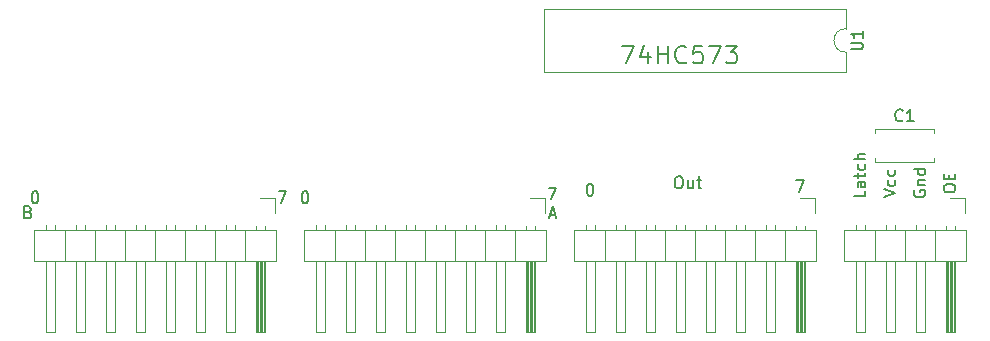
<source format=gbr>
G04 #@! TF.GenerationSoftware,KiCad,Pcbnew,(5.1.8)-1*
G04 #@! TF.CreationDate,2020-11-07T20:38:09+03:00*
G04 #@! TF.ProjectId,template,74656d70-6c61-4746-952e-6b696361645f,rev?*
G04 #@! TF.SameCoordinates,Original*
G04 #@! TF.FileFunction,Legend,Top*
G04 #@! TF.FilePolarity,Positive*
%FSLAX46Y46*%
G04 Gerber Fmt 4.6, Leading zero omitted, Abs format (unit mm)*
G04 Created by KiCad (PCBNEW (5.1.8)-1) date 2020-11-07 20:38:09*
%MOMM*%
%LPD*%
G01*
G04 APERTURE LIST*
%ADD10C,0.150000*%
%ADD11C,0.200000*%
%ADD12C,0.120000*%
G04 APERTURE END LIST*
D10*
X83772380Y-61682380D02*
X83867619Y-61682380D01*
X83962857Y-61730000D01*
X84010476Y-61777619D01*
X84058095Y-61872857D01*
X84105714Y-62063333D01*
X84105714Y-62301428D01*
X84058095Y-62491904D01*
X84010476Y-62587142D01*
X83962857Y-62634761D01*
X83867619Y-62682380D01*
X83772380Y-62682380D01*
X83677142Y-62634761D01*
X83629523Y-62587142D01*
X83581904Y-62491904D01*
X83534285Y-62301428D01*
X83534285Y-62063333D01*
X83581904Y-61872857D01*
X83629523Y-61777619D01*
X83677142Y-61730000D01*
X83772380Y-61682380D01*
X101266666Y-61364880D02*
X101933333Y-61364880D01*
X101504761Y-62364880D01*
X80311666Y-61999880D02*
X80978333Y-61999880D01*
X80549761Y-62999880D01*
X59642380Y-62317380D02*
X59737619Y-62317380D01*
X59832857Y-62365000D01*
X59880476Y-62412619D01*
X59928095Y-62507857D01*
X59975714Y-62698333D01*
X59975714Y-62936428D01*
X59928095Y-63126904D01*
X59880476Y-63222142D01*
X59832857Y-63269761D01*
X59737619Y-63317380D01*
X59642380Y-63317380D01*
X59547142Y-63269761D01*
X59499523Y-63222142D01*
X59451904Y-63126904D01*
X59404285Y-62936428D01*
X59404285Y-62698333D01*
X59451904Y-62507857D01*
X59499523Y-62412619D01*
X59547142Y-62365000D01*
X59642380Y-62317380D01*
X57451666Y-62317380D02*
X58118333Y-62317380D01*
X57689761Y-63317380D01*
X36782380Y-62317380D02*
X36877619Y-62317380D01*
X36972857Y-62365000D01*
X37020476Y-62412619D01*
X37068095Y-62507857D01*
X37115714Y-62698333D01*
X37115714Y-62936428D01*
X37068095Y-63126904D01*
X37020476Y-63222142D01*
X36972857Y-63269761D01*
X36877619Y-63317380D01*
X36782380Y-63317380D01*
X36687142Y-63269761D01*
X36639523Y-63222142D01*
X36591904Y-63126904D01*
X36544285Y-62936428D01*
X36544285Y-62698333D01*
X36591904Y-62507857D01*
X36639523Y-62412619D01*
X36687142Y-62365000D01*
X36782380Y-62317380D01*
X36266428Y-64063571D02*
X36409285Y-64111190D01*
X36456904Y-64158809D01*
X36504523Y-64254047D01*
X36504523Y-64396904D01*
X36456904Y-64492142D01*
X36409285Y-64539761D01*
X36314047Y-64587380D01*
X35933095Y-64587380D01*
X35933095Y-63587380D01*
X36266428Y-63587380D01*
X36361666Y-63635000D01*
X36409285Y-63682619D01*
X36456904Y-63777857D01*
X36456904Y-63873095D01*
X36409285Y-63968333D01*
X36361666Y-64015952D01*
X36266428Y-64063571D01*
X35933095Y-64063571D01*
X80406904Y-64301666D02*
X80883095Y-64301666D01*
X80311666Y-64587380D02*
X80645000Y-63587380D01*
X80978333Y-64587380D01*
X91241666Y-61047380D02*
X91432142Y-61047380D01*
X91527380Y-61095000D01*
X91622619Y-61190238D01*
X91670238Y-61380714D01*
X91670238Y-61714047D01*
X91622619Y-61904523D01*
X91527380Y-61999761D01*
X91432142Y-62047380D01*
X91241666Y-62047380D01*
X91146428Y-61999761D01*
X91051190Y-61904523D01*
X91003571Y-61714047D01*
X91003571Y-61380714D01*
X91051190Y-61190238D01*
X91146428Y-61095000D01*
X91241666Y-61047380D01*
X92527380Y-61380714D02*
X92527380Y-62047380D01*
X92098809Y-61380714D02*
X92098809Y-61904523D01*
X92146428Y-61999761D01*
X92241666Y-62047380D01*
X92384523Y-62047380D01*
X92479761Y-61999761D01*
X92527380Y-61952142D01*
X92860714Y-61380714D02*
X93241666Y-61380714D01*
X93003571Y-61047380D02*
X93003571Y-61904523D01*
X93051190Y-61999761D01*
X93146428Y-62047380D01*
X93241666Y-62047380D01*
X107132380Y-62269523D02*
X107132380Y-62745714D01*
X106132380Y-62745714D01*
X107132380Y-61507619D02*
X106608571Y-61507619D01*
X106513333Y-61555238D01*
X106465714Y-61650476D01*
X106465714Y-61840952D01*
X106513333Y-61936190D01*
X107084761Y-61507619D02*
X107132380Y-61602857D01*
X107132380Y-61840952D01*
X107084761Y-61936190D01*
X106989523Y-61983809D01*
X106894285Y-61983809D01*
X106799047Y-61936190D01*
X106751428Y-61840952D01*
X106751428Y-61602857D01*
X106703809Y-61507619D01*
X106465714Y-61174285D02*
X106465714Y-60793333D01*
X106132380Y-61031428D02*
X106989523Y-61031428D01*
X107084761Y-60983809D01*
X107132380Y-60888571D01*
X107132380Y-60793333D01*
X107084761Y-60031428D02*
X107132380Y-60126666D01*
X107132380Y-60317142D01*
X107084761Y-60412380D01*
X107037142Y-60460000D01*
X106941904Y-60507619D01*
X106656190Y-60507619D01*
X106560952Y-60460000D01*
X106513333Y-60412380D01*
X106465714Y-60317142D01*
X106465714Y-60126666D01*
X106513333Y-60031428D01*
X107132380Y-59602857D02*
X106132380Y-59602857D01*
X107132380Y-59174285D02*
X106608571Y-59174285D01*
X106513333Y-59221904D01*
X106465714Y-59317142D01*
X106465714Y-59460000D01*
X106513333Y-59555238D01*
X106560952Y-59602857D01*
X113752380Y-62142619D02*
X113752380Y-61952142D01*
X113800000Y-61856904D01*
X113895238Y-61761666D01*
X114085714Y-61714047D01*
X114419047Y-61714047D01*
X114609523Y-61761666D01*
X114704761Y-61856904D01*
X114752380Y-61952142D01*
X114752380Y-62142619D01*
X114704761Y-62237857D01*
X114609523Y-62333095D01*
X114419047Y-62380714D01*
X114085714Y-62380714D01*
X113895238Y-62333095D01*
X113800000Y-62237857D01*
X113752380Y-62142619D01*
X114228571Y-61285476D02*
X114228571Y-60952142D01*
X114752380Y-60809285D02*
X114752380Y-61285476D01*
X113752380Y-61285476D01*
X113752380Y-60809285D01*
X108672380Y-62785476D02*
X109672380Y-62452142D01*
X108672380Y-62118809D01*
X109624761Y-61356904D02*
X109672380Y-61452142D01*
X109672380Y-61642619D01*
X109624761Y-61737857D01*
X109577142Y-61785476D01*
X109481904Y-61833095D01*
X109196190Y-61833095D01*
X109100952Y-61785476D01*
X109053333Y-61737857D01*
X109005714Y-61642619D01*
X109005714Y-61452142D01*
X109053333Y-61356904D01*
X109624761Y-60499761D02*
X109672380Y-60595000D01*
X109672380Y-60785476D01*
X109624761Y-60880714D01*
X109577142Y-60928333D01*
X109481904Y-60975952D01*
X109196190Y-60975952D01*
X109100952Y-60928333D01*
X109053333Y-60880714D01*
X109005714Y-60785476D01*
X109005714Y-60595000D01*
X109053333Y-60499761D01*
X111260000Y-62237857D02*
X111212380Y-62333095D01*
X111212380Y-62475952D01*
X111260000Y-62618809D01*
X111355238Y-62714047D01*
X111450476Y-62761666D01*
X111640952Y-62809285D01*
X111783809Y-62809285D01*
X111974285Y-62761666D01*
X112069523Y-62714047D01*
X112164761Y-62618809D01*
X112212380Y-62475952D01*
X112212380Y-62380714D01*
X112164761Y-62237857D01*
X112117142Y-62190238D01*
X111783809Y-62190238D01*
X111783809Y-62380714D01*
X111545714Y-61761666D02*
X112212380Y-61761666D01*
X111640952Y-61761666D02*
X111593333Y-61714047D01*
X111545714Y-61618809D01*
X111545714Y-61475952D01*
X111593333Y-61380714D01*
X111688571Y-61333095D01*
X112212380Y-61333095D01*
X112212380Y-60428333D02*
X111212380Y-60428333D01*
X112164761Y-60428333D02*
X112212380Y-60523571D01*
X112212380Y-60714047D01*
X112164761Y-60809285D01*
X112117142Y-60856904D01*
X112021904Y-60904523D01*
X111736190Y-60904523D01*
X111640952Y-60856904D01*
X111593333Y-60809285D01*
X111545714Y-60714047D01*
X111545714Y-60523571D01*
X111593333Y-60428333D01*
D11*
X86547142Y-49978571D02*
X87547142Y-49978571D01*
X86904285Y-51478571D01*
X88761428Y-50478571D02*
X88761428Y-51478571D01*
X88404285Y-49907142D02*
X88047142Y-50978571D01*
X88975714Y-50978571D01*
X89547142Y-51478571D02*
X89547142Y-49978571D01*
X89547142Y-50692857D02*
X90404285Y-50692857D01*
X90404285Y-51478571D02*
X90404285Y-49978571D01*
X91975714Y-51335714D02*
X91904285Y-51407142D01*
X91690000Y-51478571D01*
X91547142Y-51478571D01*
X91332857Y-51407142D01*
X91190000Y-51264285D01*
X91118571Y-51121428D01*
X91047142Y-50835714D01*
X91047142Y-50621428D01*
X91118571Y-50335714D01*
X91190000Y-50192857D01*
X91332857Y-50050000D01*
X91547142Y-49978571D01*
X91690000Y-49978571D01*
X91904285Y-50050000D01*
X91975714Y-50121428D01*
X93332857Y-49978571D02*
X92618571Y-49978571D01*
X92547142Y-50692857D01*
X92618571Y-50621428D01*
X92761428Y-50550000D01*
X93118571Y-50550000D01*
X93261428Y-50621428D01*
X93332857Y-50692857D01*
X93404285Y-50835714D01*
X93404285Y-51192857D01*
X93332857Y-51335714D01*
X93261428Y-51407142D01*
X93118571Y-51478571D01*
X92761428Y-51478571D01*
X92618571Y-51407142D01*
X92547142Y-51335714D01*
X93904285Y-49978571D02*
X94904285Y-49978571D01*
X94261428Y-51478571D01*
X95332857Y-49978571D02*
X96261428Y-49978571D01*
X95761428Y-50550000D01*
X95975714Y-50550000D01*
X96118571Y-50621428D01*
X96190000Y-50692857D01*
X96261428Y-50835714D01*
X96261428Y-51192857D01*
X96190000Y-51335714D01*
X96118571Y-51407142D01*
X95975714Y-51478571D01*
X95547142Y-51478571D01*
X95404285Y-51407142D01*
X95332857Y-51335714D01*
D12*
X115570000Y-62865000D02*
X115570000Y-64135000D01*
X114300000Y-62865000D02*
X115570000Y-62865000D01*
X106300000Y-65177929D02*
X106300000Y-65575000D01*
X107060000Y-65177929D02*
X107060000Y-65575000D01*
X106300000Y-74235000D02*
X106300000Y-68235000D01*
X107060000Y-74235000D02*
X106300000Y-74235000D01*
X107060000Y-68235000D02*
X107060000Y-74235000D01*
X107950000Y-65575000D02*
X107950000Y-68235000D01*
X108840000Y-65177929D02*
X108840000Y-65575000D01*
X109600000Y-65177929D02*
X109600000Y-65575000D01*
X108840000Y-74235000D02*
X108840000Y-68235000D01*
X109600000Y-74235000D02*
X108840000Y-74235000D01*
X109600000Y-68235000D02*
X109600000Y-74235000D01*
X110490000Y-65575000D02*
X110490000Y-68235000D01*
X111380000Y-65177929D02*
X111380000Y-65575000D01*
X112140000Y-65177929D02*
X112140000Y-65575000D01*
X111380000Y-74235000D02*
X111380000Y-68235000D01*
X112140000Y-74235000D02*
X111380000Y-74235000D01*
X112140000Y-68235000D02*
X112140000Y-74235000D01*
X113030000Y-65575000D02*
X113030000Y-68235000D01*
X113920000Y-65245000D02*
X113920000Y-65575000D01*
X114680000Y-65245000D02*
X114680000Y-65575000D01*
X114020000Y-68235000D02*
X114020000Y-74235000D01*
X114140000Y-68235000D02*
X114140000Y-74235000D01*
X114260000Y-68235000D02*
X114260000Y-74235000D01*
X114380000Y-68235000D02*
X114380000Y-74235000D01*
X114500000Y-68235000D02*
X114500000Y-74235000D01*
X114620000Y-68235000D02*
X114620000Y-74235000D01*
X113920000Y-74235000D02*
X113920000Y-68235000D01*
X114680000Y-74235000D02*
X113920000Y-74235000D01*
X114680000Y-68235000D02*
X114680000Y-74235000D01*
X115630000Y-68235000D02*
X115630000Y-65575000D01*
X105350000Y-68235000D02*
X115630000Y-68235000D01*
X105350000Y-65575000D02*
X105350000Y-68235000D01*
X115630000Y-65575000D02*
X105350000Y-65575000D01*
X102870000Y-62865000D02*
X102870000Y-64135000D01*
X101600000Y-62865000D02*
X102870000Y-62865000D01*
X83440000Y-65177929D02*
X83440000Y-65575000D01*
X84200000Y-65177929D02*
X84200000Y-65575000D01*
X83440000Y-74235000D02*
X83440000Y-68235000D01*
X84200000Y-74235000D02*
X83440000Y-74235000D01*
X84200000Y-68235000D02*
X84200000Y-74235000D01*
X85090000Y-65575000D02*
X85090000Y-68235000D01*
X85980000Y-65177929D02*
X85980000Y-65575000D01*
X86740000Y-65177929D02*
X86740000Y-65575000D01*
X85980000Y-74235000D02*
X85980000Y-68235000D01*
X86740000Y-74235000D02*
X85980000Y-74235000D01*
X86740000Y-68235000D02*
X86740000Y-74235000D01*
X87630000Y-65575000D02*
X87630000Y-68235000D01*
X88520000Y-65177929D02*
X88520000Y-65575000D01*
X89280000Y-65177929D02*
X89280000Y-65575000D01*
X88520000Y-74235000D02*
X88520000Y-68235000D01*
X89280000Y-74235000D02*
X88520000Y-74235000D01*
X89280000Y-68235000D02*
X89280000Y-74235000D01*
X90170000Y-65575000D02*
X90170000Y-68235000D01*
X91060000Y-65177929D02*
X91060000Y-65575000D01*
X91820000Y-65177929D02*
X91820000Y-65575000D01*
X91060000Y-74235000D02*
X91060000Y-68235000D01*
X91820000Y-74235000D02*
X91060000Y-74235000D01*
X91820000Y-68235000D02*
X91820000Y-74235000D01*
X92710000Y-65575000D02*
X92710000Y-68235000D01*
X93600000Y-65177929D02*
X93600000Y-65575000D01*
X94360000Y-65177929D02*
X94360000Y-65575000D01*
X93600000Y-74235000D02*
X93600000Y-68235000D01*
X94360000Y-74235000D02*
X93600000Y-74235000D01*
X94360000Y-68235000D02*
X94360000Y-74235000D01*
X95250000Y-65575000D02*
X95250000Y-68235000D01*
X96140000Y-65177929D02*
X96140000Y-65575000D01*
X96900000Y-65177929D02*
X96900000Y-65575000D01*
X96140000Y-74235000D02*
X96140000Y-68235000D01*
X96900000Y-74235000D02*
X96140000Y-74235000D01*
X96900000Y-68235000D02*
X96900000Y-74235000D01*
X97790000Y-65575000D02*
X97790000Y-68235000D01*
X98680000Y-65177929D02*
X98680000Y-65575000D01*
X99440000Y-65177929D02*
X99440000Y-65575000D01*
X98680000Y-74235000D02*
X98680000Y-68235000D01*
X99440000Y-74235000D02*
X98680000Y-74235000D01*
X99440000Y-68235000D02*
X99440000Y-74235000D01*
X100330000Y-65575000D02*
X100330000Y-68235000D01*
X101220000Y-65245000D02*
X101220000Y-65575000D01*
X101980000Y-65245000D02*
X101980000Y-65575000D01*
X101320000Y-68235000D02*
X101320000Y-74235000D01*
X101440000Y-68235000D02*
X101440000Y-74235000D01*
X101560000Y-68235000D02*
X101560000Y-74235000D01*
X101680000Y-68235000D02*
X101680000Y-74235000D01*
X101800000Y-68235000D02*
X101800000Y-74235000D01*
X101920000Y-68235000D02*
X101920000Y-74235000D01*
X101220000Y-74235000D02*
X101220000Y-68235000D01*
X101980000Y-74235000D02*
X101220000Y-74235000D01*
X101980000Y-68235000D02*
X101980000Y-74235000D01*
X102930000Y-68235000D02*
X102930000Y-65575000D01*
X82490000Y-68235000D02*
X102930000Y-68235000D01*
X82490000Y-65575000D02*
X82490000Y-68235000D01*
X102930000Y-65575000D02*
X82490000Y-65575000D01*
X80010000Y-62865000D02*
X80010000Y-64135000D01*
X78740000Y-62865000D02*
X80010000Y-62865000D01*
X60580000Y-65177929D02*
X60580000Y-65575000D01*
X61340000Y-65177929D02*
X61340000Y-65575000D01*
X60580000Y-74235000D02*
X60580000Y-68235000D01*
X61340000Y-74235000D02*
X60580000Y-74235000D01*
X61340000Y-68235000D02*
X61340000Y-74235000D01*
X62230000Y-65575000D02*
X62230000Y-68235000D01*
X63120000Y-65177929D02*
X63120000Y-65575000D01*
X63880000Y-65177929D02*
X63880000Y-65575000D01*
X63120000Y-74235000D02*
X63120000Y-68235000D01*
X63880000Y-74235000D02*
X63120000Y-74235000D01*
X63880000Y-68235000D02*
X63880000Y-74235000D01*
X64770000Y-65575000D02*
X64770000Y-68235000D01*
X65660000Y-65177929D02*
X65660000Y-65575000D01*
X66420000Y-65177929D02*
X66420000Y-65575000D01*
X65660000Y-74235000D02*
X65660000Y-68235000D01*
X66420000Y-74235000D02*
X65660000Y-74235000D01*
X66420000Y-68235000D02*
X66420000Y-74235000D01*
X67310000Y-65575000D02*
X67310000Y-68235000D01*
X68200000Y-65177929D02*
X68200000Y-65575000D01*
X68960000Y-65177929D02*
X68960000Y-65575000D01*
X68200000Y-74235000D02*
X68200000Y-68235000D01*
X68960000Y-74235000D02*
X68200000Y-74235000D01*
X68960000Y-68235000D02*
X68960000Y-74235000D01*
X69850000Y-65575000D02*
X69850000Y-68235000D01*
X70740000Y-65177929D02*
X70740000Y-65575000D01*
X71500000Y-65177929D02*
X71500000Y-65575000D01*
X70740000Y-74235000D02*
X70740000Y-68235000D01*
X71500000Y-74235000D02*
X70740000Y-74235000D01*
X71500000Y-68235000D02*
X71500000Y-74235000D01*
X72390000Y-65575000D02*
X72390000Y-68235000D01*
X73280000Y-65177929D02*
X73280000Y-65575000D01*
X74040000Y-65177929D02*
X74040000Y-65575000D01*
X73280000Y-74235000D02*
X73280000Y-68235000D01*
X74040000Y-74235000D02*
X73280000Y-74235000D01*
X74040000Y-68235000D02*
X74040000Y-74235000D01*
X74930000Y-65575000D02*
X74930000Y-68235000D01*
X75820000Y-65177929D02*
X75820000Y-65575000D01*
X76580000Y-65177929D02*
X76580000Y-65575000D01*
X75820000Y-74235000D02*
X75820000Y-68235000D01*
X76580000Y-74235000D02*
X75820000Y-74235000D01*
X76580000Y-68235000D02*
X76580000Y-74235000D01*
X77470000Y-65575000D02*
X77470000Y-68235000D01*
X78360000Y-65245000D02*
X78360000Y-65575000D01*
X79120000Y-65245000D02*
X79120000Y-65575000D01*
X78460000Y-68235000D02*
X78460000Y-74235000D01*
X78580000Y-68235000D02*
X78580000Y-74235000D01*
X78700000Y-68235000D02*
X78700000Y-74235000D01*
X78820000Y-68235000D02*
X78820000Y-74235000D01*
X78940000Y-68235000D02*
X78940000Y-74235000D01*
X79060000Y-68235000D02*
X79060000Y-74235000D01*
X78360000Y-74235000D02*
X78360000Y-68235000D01*
X79120000Y-74235000D02*
X78360000Y-74235000D01*
X79120000Y-68235000D02*
X79120000Y-74235000D01*
X80070000Y-68235000D02*
X80070000Y-65575000D01*
X59630000Y-68235000D02*
X80070000Y-68235000D01*
X59630000Y-65575000D02*
X59630000Y-68235000D01*
X80070000Y-65575000D02*
X59630000Y-65575000D01*
X57150000Y-62865000D02*
X57150000Y-64135000D01*
X55880000Y-62865000D02*
X57150000Y-62865000D01*
X37720000Y-65177929D02*
X37720000Y-65575000D01*
X38480000Y-65177929D02*
X38480000Y-65575000D01*
X37720000Y-74235000D02*
X37720000Y-68235000D01*
X38480000Y-74235000D02*
X37720000Y-74235000D01*
X38480000Y-68235000D02*
X38480000Y-74235000D01*
X39370000Y-65575000D02*
X39370000Y-68235000D01*
X40260000Y-65177929D02*
X40260000Y-65575000D01*
X41020000Y-65177929D02*
X41020000Y-65575000D01*
X40260000Y-74235000D02*
X40260000Y-68235000D01*
X41020000Y-74235000D02*
X40260000Y-74235000D01*
X41020000Y-68235000D02*
X41020000Y-74235000D01*
X41910000Y-65575000D02*
X41910000Y-68235000D01*
X42800000Y-65177929D02*
X42800000Y-65575000D01*
X43560000Y-65177929D02*
X43560000Y-65575000D01*
X42800000Y-74235000D02*
X42800000Y-68235000D01*
X43560000Y-74235000D02*
X42800000Y-74235000D01*
X43560000Y-68235000D02*
X43560000Y-74235000D01*
X44450000Y-65575000D02*
X44450000Y-68235000D01*
X45340000Y-65177929D02*
X45340000Y-65575000D01*
X46100000Y-65177929D02*
X46100000Y-65575000D01*
X45340000Y-74235000D02*
X45340000Y-68235000D01*
X46100000Y-74235000D02*
X45340000Y-74235000D01*
X46100000Y-68235000D02*
X46100000Y-74235000D01*
X46990000Y-65575000D02*
X46990000Y-68235000D01*
X47880000Y-65177929D02*
X47880000Y-65575000D01*
X48640000Y-65177929D02*
X48640000Y-65575000D01*
X47880000Y-74235000D02*
X47880000Y-68235000D01*
X48640000Y-74235000D02*
X47880000Y-74235000D01*
X48640000Y-68235000D02*
X48640000Y-74235000D01*
X49530000Y-65575000D02*
X49530000Y-68235000D01*
X50420000Y-65177929D02*
X50420000Y-65575000D01*
X51180000Y-65177929D02*
X51180000Y-65575000D01*
X50420000Y-74235000D02*
X50420000Y-68235000D01*
X51180000Y-74235000D02*
X50420000Y-74235000D01*
X51180000Y-68235000D02*
X51180000Y-74235000D01*
X52070000Y-65575000D02*
X52070000Y-68235000D01*
X52960000Y-65177929D02*
X52960000Y-65575000D01*
X53720000Y-65177929D02*
X53720000Y-65575000D01*
X52960000Y-74235000D02*
X52960000Y-68235000D01*
X53720000Y-74235000D02*
X52960000Y-74235000D01*
X53720000Y-68235000D02*
X53720000Y-74235000D01*
X54610000Y-65575000D02*
X54610000Y-68235000D01*
X55500000Y-65245000D02*
X55500000Y-65575000D01*
X56260000Y-65245000D02*
X56260000Y-65575000D01*
X55600000Y-68235000D02*
X55600000Y-74235000D01*
X55720000Y-68235000D02*
X55720000Y-74235000D01*
X55840000Y-68235000D02*
X55840000Y-74235000D01*
X55960000Y-68235000D02*
X55960000Y-74235000D01*
X56080000Y-68235000D02*
X56080000Y-74235000D01*
X56200000Y-68235000D02*
X56200000Y-74235000D01*
X55500000Y-74235000D02*
X55500000Y-68235000D01*
X56260000Y-74235000D02*
X55500000Y-74235000D01*
X56260000Y-68235000D02*
X56260000Y-74235000D01*
X57210000Y-68235000D02*
X57210000Y-65575000D01*
X36770000Y-68235000D02*
X57210000Y-68235000D01*
X36770000Y-65575000D02*
X36770000Y-68235000D01*
X57210000Y-65575000D02*
X36770000Y-65575000D01*
X107980000Y-57050000D02*
X112920000Y-57050000D01*
X107980000Y-59790000D02*
X112920000Y-59790000D01*
X107980000Y-57050000D02*
X107980000Y-57365000D01*
X107980000Y-59475000D02*
X107980000Y-59790000D01*
X112920000Y-57050000D02*
X112920000Y-57365000D01*
X112920000Y-59475000D02*
X112920000Y-59790000D01*
X105470000Y-48530000D02*
X105470000Y-46880000D01*
X105470000Y-46880000D02*
X79950000Y-46880000D01*
X79950000Y-46880000D02*
X79950000Y-52180000D01*
X79950000Y-52180000D02*
X105470000Y-52180000D01*
X105470000Y-52180000D02*
X105470000Y-50530000D01*
X105470000Y-50530000D02*
G75*
G02*
X105470000Y-48530000I0J1000000D01*
G01*
D10*
X110283333Y-56277142D02*
X110235714Y-56324761D01*
X110092857Y-56372380D01*
X109997619Y-56372380D01*
X109854761Y-56324761D01*
X109759523Y-56229523D01*
X109711904Y-56134285D01*
X109664285Y-55943809D01*
X109664285Y-55800952D01*
X109711904Y-55610476D01*
X109759523Y-55515238D01*
X109854761Y-55420000D01*
X109997619Y-55372380D01*
X110092857Y-55372380D01*
X110235714Y-55420000D01*
X110283333Y-55467619D01*
X111235714Y-56372380D02*
X110664285Y-56372380D01*
X110950000Y-56372380D02*
X110950000Y-55372380D01*
X110854761Y-55515238D01*
X110759523Y-55610476D01*
X110664285Y-55658095D01*
X105922380Y-50291904D02*
X106731904Y-50291904D01*
X106827142Y-50244285D01*
X106874761Y-50196666D01*
X106922380Y-50101428D01*
X106922380Y-49910952D01*
X106874761Y-49815714D01*
X106827142Y-49768095D01*
X106731904Y-49720476D01*
X105922380Y-49720476D01*
X106922380Y-48720476D02*
X106922380Y-49291904D01*
X106922380Y-49006190D02*
X105922380Y-49006190D01*
X106065238Y-49101428D01*
X106160476Y-49196666D01*
X106208095Y-49291904D01*
M02*

</source>
